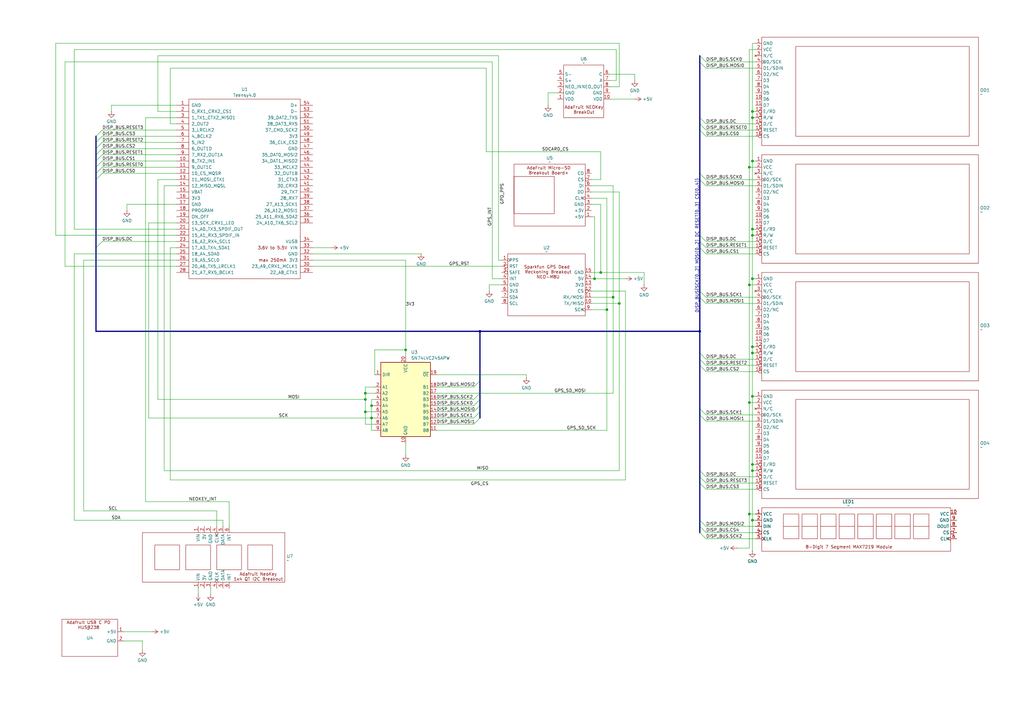
<source format=kicad_sch>
(kicad_sch (version 20231120) (generator "eeschema") (generator_version "8.0")
  (paper "A3")
  (lib_symbols
    (symbol "Logic_LevelTranslator:SN74LVC245APW"
      (property "Reference" "U" (at -10.16 17.78 0))
      (property "Value" "SN74LVC245APW" (at 10.16 17.78 0))
      (symbol "SN74LVC245APW_0_1"
        (rectangle (start -10.16 15.24) (end 10.16 -15.24) (stroke (width 0.254)) (fill (type background)))
      )
      (symbol "SN74LVC245APW_1_1"
        (pin input line (at -12.7 10.16 0) (length 2.54) (name "DIR") (number "1"))
        (pin power_in line (at 0 -17.78 90) (length 2.54) (name "GND") (number "10"))
        (pin bidirectional line (at 12.7 -12.7 180) (length 2.54) (name "B8") (number "11"))
        (pin bidirectional line (at 12.7 -10.16 180) (length 2.54) (name "B7") (number "12"))
        (pin bidirectional line (at 12.7 -7.62 180) (length 2.54) (name "B6") (number "13"))
        (pin bidirectional line (at 12.7 -5.08 180) (length 2.54) (name "B5") (number "14"))
        (pin bidirectional line (at 12.7 -2.54 180) (length 2.54) (name "B4") (number "15"))
        (pin bidirectional line (at 12.7 0 180) (length 2.54) (name "B3") (number "16"))
        (pin bidirectional line (at 12.7 2.54 180) (length 2.54) (name "B2") (number "17"))
        (pin bidirectional line (at 12.7 5.08 180) (length 2.54) (name "B1") (number "18"))
        (pin input line (at 12.7 10.16 180) (length 2.54) (name "~{OE}") (number "19"))
        (pin bidirectional line (at -12.7 5.08 0) (length 2.54) (name "A1") (number "2"))
        (pin power_in line (at 0 17.78 270) (length 2.54) (name "VCC") (number "20"))
        (pin bidirectional line (at -12.7 2.54 0) (length 2.54) (name "A2") (number "3"))
        (pin bidirectional line (at -12.7 0 0) (length 2.54) (name "A3") (number "4"))
        (pin bidirectional line (at -12.7 -2.54 0) (length 2.54) (name "A4") (number "5"))
        (pin bidirectional line (at -12.7 -5.08 0) (length 2.54) (name "A5") (number "6"))
        (pin bidirectional line (at -12.7 -7.62 0) (length 2.54) (name "A6") (number "7"))
        (pin bidirectional line (at -12.7 -10.16 0) (length 2.54) (name "A7") (number "8"))
        (pin bidirectional line (at -12.7 -12.7 0) (length 2.54) (name "A8") (number "9"))
      )
    )
    (symbol "power:+5V" (power) (pin_numbers hide) (pin_names (offset 0) hide)
      (property "Value" "+5V" (at 0 3.556 0))
      (symbol "+5V_0_1"
        (polyline (pts (xy -0.762 1.27) (xy 0 2.54)))
        (polyline (pts (xy 0 0) (xy 0 2.54)))
        (polyline (pts (xy 0 2.54) (xy 0.762 1.27)))
      )
      (symbol "+5V_1_1"
        (pin power_in line (at 0 0 90) (length 0) (name "~") (number "1"))
      )
    )
    (symbol "power:GND" (power) (pin_numbers hide) (pin_names (offset 0) hide)
      (property "Value" "GND" (at 0 -3.81 0))
      (symbol "GND_0_1"
        (polyline (pts (xy 0 0) (xy 0 -1.27) (xy 1.27 -1.27) (xy 0 -2.54) (xy -1.27 -1.27) (xy 0 -1.27)))
      )
      (symbol "GND_1_1"
        (pin power_in line (at 0 0 270) (length 0) (name "~") (number "1"))
      )
    )
    (symbol "race_computer:AdaFruit_MicroSD+"
      (property "Reference" "U5" (at -0.635 -15.2315 0))
      (property "Value" "~" (at -0.635 -13.5501 0))
      (symbol "AdaFruit_MicroSD+_0_1"
        (rectangle (start -15.24 12.7) (end 13.97 -12.7))
        (rectangle (start 13.97 7.62) (end -2.54 -7.62))
      )
      (symbol "AdaFruit_MicroSD+_1_1"
        (text "AdaFruit Micro-SD\nBreakout Board+" (at -0.254 -10.16 0) (effects (font (size 1.27 1.27))))
        (pin power_in line (at -17.78 8.89 0) (length 2.54) (name "+5V") (number "1"))
        (pin power_in line (at -17.78 6.35 0) (length 2.54) (name "+3V") (number "2"))
        (pin power_in line (at -17.78 3.81 0) (length 2.54) (name "GND") (number "3"))
        (pin input clock (at -17.78 1.27 0) (length 2.54) (name "CLK") (number "4"))
        (pin output line (at -17.78 -1.27 0) (length 2.54) (name "DO") (number "5"))
        (pin input line (at -17.78 -3.81 0) (length 2.54) (name "DI") (number "6"))
        (pin input inverted (at -17.78 -6.35 0) (length 2.54) (name "CS") (number "7"))
        (pin output line (at -17.78 -8.89 0) (length 2.54) (name "CD") (number "8"))
      )
    )
    (symbol "race_computer:LED_DISPLAY"
      (property "Reference" "LED" (at 0.762 -6.35 0))
      (symbol "LED_DISPLAY_0_1"
        (rectangle (start -34.29 7.62) (end 43.18 -10.16))
        (rectangle (start -25.4 5.08) (end -19.05 -5.08))
        (rectangle (start -17.78 5.08) (end -11.43 -5.08))
        (rectangle (start -10.16 5.08) (end -3.81 -5.08))
        (rectangle (start -2.54 5.08) (end 3.81 -5.08))
        (polyline (pts (xy -25.4 0) (xy -19.05 0)))
        (polyline (pts (xy -17.78 0) (xy -11.43 0)))
        (polyline (pts (xy -10.16 0) (xy -3.81 0)))
        (polyline (pts (xy -2.54 0) (xy 3.81 0)))
        (polyline (pts (xy 5.08 0) (xy 11.43 0)))
        (polyline (pts (xy 12.7 0) (xy 19.05 0)))
        (polyline (pts (xy 20.32 0) (xy 26.67 0)))
        (polyline (pts (xy 27.94 0) (xy 34.29 0)))
        (rectangle (start 5.08 5.08) (end 11.43 -5.08))
        (rectangle (start 12.7 5.08) (end 19.05 -5.08))
        (rectangle (start 20.32 5.08) (end 26.67 -5.08))
        (rectangle (start 27.94 5.08) (end 34.29 -5.08))
      )
      (symbol "LED_DISPLAY_1_1"
        (text "8-Digit 7 Segment MAX7219 Module" (at 1.524 -8.382 0) (effects (font (size 1.27 1.27))))
        (pin power_in line (at -36.83 5.08 0) (length 2.54) (name "VCC") (number "1"))
        (pin power_in line (at 45.72 5.08 180) (length 2.54) (name "VCC") (number "10"))
        (pin power_in line (at -36.83 2.54 0) (length 2.54) (name "GND") (number "2"))
        (pin input line (at -36.83 0 0) (length 2.54) (name "DIN") (number "3"))
        (pin bidirectional inverted (at -36.83 -2.54 0) (length 2.54) (name "CS") (number "4"))
        (pin bidirectional clock (at -36.83 -5.08 0) (length 2.54) (name "CLK") (number "5"))
        (pin bidirectional clock (at 45.72 -5.08 180) (length 2.54) (name "CLK") (number "6"))
        (pin bidirectional inverted (at 45.72 -2.54 180) (length 2.54) (name "CS") (number "7"))
        (pin output line (at 45.72 0 180) (length 2.54) (name "DOUT") (number "8"))
        (pin power_in line (at 45.72 2.54 180) (length 2.54) (name "GND") (number "9"))
      )
    )
    (symbol "race_computer:NEO-8MU"
      (property "Reference" "U2" (at -0.635 15.2315 0))
      (property "Value" "~" (at -0.635 13.5501 0))
      (symbol "NEO-8MU_0_1"
        (rectangle (start -16.51 12.7) (end 15.24 -12.7))
      )
      (symbol "NEO-8MU_1_1"
        (text "Sparkfun GPS Dead \nReckoning Breakout\nNEO-M8U" (at 0 5.334 0) (effects (font (size 1.27 1.27))))
        (pin output clock (at -19.05 10.16 0) (length 2.54) (name "PPS") (number "1"))
        (pin output line (at 17.78 -7.62 180) (length 2.54) (name "TX/MISO") (number "10"))
        (pin input line (at 17.78 -5.08 180) (length 2.54) (name "RX/MOSI") (number "11"))
        (pin input inverted (at 17.78 -2.54 180) (length 2.54) (name "CS") (number "12"))
        (pin power_in line (at 17.78 0 180) (length 2.54) (name "3V3") (number "13"))
        (pin power_in line (at 17.78 2.54 180) (length 2.54) (name "5V") (number "14"))
        (pin power_in line (at 17.78 5.08 180) (length 2.54) (name "GND") (number "15"))
        (pin input inverted (at -19.05 7.62 0) (length 2.54) (name "RST") (number "2"))
        (pin input inverted (at -19.05 5.08 0) (length 2.54) (name "SAFE") (number "3"))
        (pin input line (at -19.05 2.54 0) (length 2.54) (name "INT") (number "4"))
        (pin power_in line (at -19.05 0 0) (length 2.54) (name "GND") (number "5"))
        (pin power_in line (at -19.05 -2.54 0) (length 2.54) (name "3V3") (number "6"))
        (pin bidirectional line (at -19.05 -5.08 0) (length 2.54) (name "SDA") (number "7"))
        (pin input line (at -19.05 -7.62 0) (length 2.54) (name "SCL") (number "8"))
        (pin input clock (at 17.78 -10.16 180) (length 2.54) (name "SCK") (number "9"))
      )
    )
    (symbol "race_computer:NeoKey"
      (property "Reference" "U" (at 0 0 0))
      (symbol "NeoKey_0_1"
        (rectangle (start -44.45 22.86) (end -27.94 1.27))
      )
      (symbol "NeoKey_1_1"
        (text "AdaFruit NEOKey\nBreakOut" (at -36.068 4.572 0) (effects (font (size 1.27 1.27))))
        (pin power_in line (at -46.99 8.89 0) (length 2.54) (name "VDD") (number "1"))
        (pin power_in line (at -25.4 8.89 180) (length 2.54) (name "VDD") (number "10"))
        (pin power_in line (at -46.99 11.43 0) (length 2.54) (name "GND") (number "2"))
        (pin input line (at -46.99 13.97 0) (length 2.54) (name "NEO_IN") (number "3"))
        (pin output line (at -46.99 16.51 0) (length 2.54) (name "S+") (number "4"))
        (pin output line (at -46.99 19.05 0) (length 2.54) (name "S-") (number "5"))
        (pin output line (at -25.4 19.05 180) (length 2.54) (name "C") (number "6"))
        (pin output line (at -25.4 16.51 180) (length 2.54) (name "A") (number "7"))
        (pin output line (at -25.4 13.97 180) (length 2.54) (name "NEO_OUT") (number "8"))
        (pin power_in line (at -25.4 11.43 180) (length 2.54) (name "GND") (number "9"))
      )
    )
    (symbol "race_computer:NeoKey_4x1"
      (property "Reference" "U" (at 0 0 0))
      (symbol "NeoKey_4x1_0_1"
        (rectangle (start -29.21 10.16) (end 29.21 -10.16))
        (rectangle (start -24.13 5.08) (end -13.97 -5.08))
        (rectangle (start -11.43 5.08) (end -1.27 -5.08))
        (rectangle (start 1.27 5.08) (end 11.43 -5.08))
        (rectangle (start 13.97 5.08) (end 24.13 -5.08))
      )
      (symbol "NeoKey_4x1_1_1"
        (text "Adafruit NeoKey\n1x4 QT I2C Breakout" (at 18.288 -7.874 0) (effects (font (size 1.27 1.27))))
        (pin power_in line (at -6.35 -12.7 90) (length 2.54) (name "VIN") (number "1"))
        (pin power_in line (at -6.35 12.7 270) (length 2.54) (name "VIN") (number "1"))
        (pin power_in line (at -3.81 -12.7 90) (length 2.54) (name "3V") (number "2"))
        (pin power_in line (at -3.81 12.7 270) (length 2.54) (name "3V") (number "2"))
        (pin power_in line (at -1.27 -12.7 90) (length 2.54) (name "GND") (number "3"))
        (pin power_in line (at -1.27 12.7 270) (length 2.54) (name "GND") (number "3"))
        (pin input clock (at 1.27 -12.7 90) (length 2.54) (name "CLK") (number "4"))
        (pin input clock (at 1.27 12.7 270) (length 2.54) (name "CLK") (number "4"))
        (pin bidirectional line (at 3.81 -12.7 90) (length 2.54) (name "DATA") (number "5"))
        (pin bidirectional line (at 3.81 12.7 270) (length 2.54) (name "DATA") (number "5"))
        (pin output line (at 6.35 -12.7 90) (length 2.54) (name "INT") (number "6"))
        (pin output line (at 6.35 12.7 270) (length 2.54) (name "INT") (number "6"))
      )
    )
    (symbol "race_computer:OLED_Display"
      (property "Reference" "OD" (at -1.016 0 0))
      (symbol "OLED_Display_0_1"
        (rectangle (start -48.26 21.59) (end 40.64 -22.86))
        (rectangle (start -34.29 17.78) (end 36.83 -19.05))
      )
      (symbol "OLED_Display_1_1"
        (pin power_in line (at -50.8 19.05 0) (length 2.54) (name "GND") (number "1"))
        (pin input line (at -50.8 -3.81 0) (length 2.54) (name "D6") (number "10"))
        (pin input line (at -50.8 -6.35 0) (length 2.54) (name "D7") (number "11"))
        (pin input inverted (at -50.8 -8.89 0) (length 2.54) (name "E/RD") (number "12"))
        (pin input inverted (at -50.8 -11.43 0) (length 2.54) (name "R/W") (number "13"))
        (pin input inverted (at -50.8 -13.97 0) (length 2.54) (name "D/C") (number "14"))
        (pin input inverted (at -50.8 -16.51 0) (length 2.54) (name "RESET") (number "15"))
        (pin input inverted (at -50.8 -19.05 0) (length 2.54) (name "CS") (number "16"))
        (pin power_in line (at -50.8 16.51 0) (length 2.54) (name "VCC") (number "2"))
        (pin no_connect line (at -50.8 13.97 0) (length 2.54) (name "N/C") (number "3"))
        (pin input clock (at -50.8 11.43 0) (length 2.54) (name "D0/SCK") (number "4"))
        (pin input line (at -50.8 8.89 0) (length 2.54) (name "D1/SDIN") (number "5"))
        (pin input line (at -50.8 6.35 0) (length 2.54) (name "D2/NC") (number "6"))
        (pin input line (at -50.8 3.81 0) (length 2.54) (name "D3") (number "7"))
        (pin input line (at -50.8 1.27 0) (length 2.54) (name "D4") (number "8"))
        (pin input line (at -50.8 -1.27 0) (length 2.54) (name "D5") (number "9"))
      )
    )
    (symbol "race_computer:USB_C_PD"
      (property "Reference" "U4" (at 1.27 0 0))
      (property "Value" "~" (at 0.635 3.3901 0))
      (symbol "USB_C_PD_0_1"
        (rectangle (start -10.16 7.62) (end 12.7 -7.62))
      )
      (symbol "USB_C_PD_1_1"
        (text "Adafruit USB C PD\nHUSB238" (at 0.762 5.334 0) (effects (font (size 1.27 1.27))))
        (pin power_out line (at 15.24 2.54 180) (length 2.54) (name "+5V") (number "1"))
        (pin power_out line (at 15.24 -1.27 180) (length 2.54) (name "GND") (number "2"))
      )
    )
    (symbol "teensy:Teensy4.0" (pin_names (offset 1.016))
      (property "Reference" "U" (at 0 39.37 0))
      (property "Value" "Teensy4.0" (at 0 -39.37 0))
      (symbol "Teensy4.0_0_0"
        (text "3.6V to 5.5V" (at 11.43 -24.13 0) (effects (font (size 1.27 1.27))))
        (text "max 250mA" (at 11.43 -29.21 0) (effects (font (size 1.27 1.27))))
        (pin bidirectional line (at -27.94 11.43 0) (length 5.08) (name "8_TX2_IN1") (number "10"))
        (pin bidirectional line (at -27.94 8.89 0) (length 5.08) (name "9_OUT1C") (number "11"))
        (pin bidirectional line (at -27.94 6.35 0) (length 5.08) (name "10_CS_MQSR") (number "12"))
        (pin bidirectional line (at -27.94 3.81 0) (length 5.08) (name "11_MOSI_CTX1") (number "13"))
        (pin bidirectional line (at -27.94 1.27 0) (length 5.08) (name "12_MISO_MQSL") (number "14"))
        (pin power_in line (at -27.94 -1.27 0) (length 5.08) (name "VBAT") (number "15"))
        (pin power_in line (at -27.94 -3.81 0) (length 5.08) (name "3V3") (number "16"))
        (pin power_in line (at -27.94 -6.35 0) (length 5.08) (name "GND") (number "17"))
        (pin input line (at -27.94 -8.89 0) (length 5.08) (name "PROGRAM") (number "18"))
        (pin input line (at -27.94 -11.43 0) (length 5.08) (name "ON_OFF") (number "19"))
        (pin bidirectional line (at -27.94 -13.97 0) (length 5.08) (name "13_SCK_CRX1_LED") (number "20"))
        (pin bidirectional line (at -27.94 -16.51 0) (length 5.08) (name "14_A0_TX3_SPDIF_OUT") (number "21"))
        (pin bidirectional line (at -27.94 -19.05 0) (length 5.08) (name "15_A1_RX3_SPDIF_IN") (number "22"))
        (pin bidirectional line (at -27.94 -21.59 0) (length 5.08) (name "16_A2_RX4_SCL1") (number "23"))
        (pin bidirectional line (at -27.94 -24.13 0) (length 5.08) (name "17_A3_TX4_SDA1") (number "24"))
        (pin bidirectional line (at -27.94 -26.67 0) (length 5.08) (name "18_A4_SDA0") (number "25"))
        (pin bidirectional line (at -27.94 -29.21 0) (length 5.08) (name "19_A5_SCL0") (number "26"))
        (pin bidirectional line (at -27.94 -31.75 0) (length 5.08) (name "20_A6_TX5_LRCLK1") (number "27"))
        (pin bidirectional line (at -27.94 -34.29 0) (length 5.08) (name "21_A7_RX5_BCLK1") (number "28"))
        (pin bidirectional line (at 27.94 -34.29 180) (length 5.08) (name "22_A8_CTX1") (number "29"))
        (pin bidirectional line (at 27.94 -31.75 180) (length 5.08) (name "23_A9_CRX1_MCLK1") (number "30"))
        (pin power_out line (at 27.94 -29.21 180) (length 5.08) (name "3V3") (number "31"))
        (pin power_in line (at 27.94 -26.67 180) (length 5.08) (name "GND") (number "32"))
        (pin power_in line (at 27.94 -24.13 180) (length 5.08) (name "VIN") (number "33"))
        (pin power_out line (at 27.94 -21.59 180) (length 5.08) (name "VUSB") (number "34"))
        (pin bidirectional line (at 27.94 -13.97 180) (length 5.08) (name "24_A10_TX6_SCL2") (number "35"))
        (pin bidirectional line (at 27.94 -11.43 180) (length 5.08) (name "25_A11_RX6_SDA2") (number "36"))
        (pin bidirectional line (at 27.94 -8.89 180) (length 5.08) (name "26_A12_MOSI1") (number "37"))
        (pin bidirectional line (at 27.94 -6.35 180) (length 5.08) (name "27_A13_SCK1") (number "38"))
        (pin bidirectional line (at 27.94 -3.81 180) (length 5.08) (name "28_RX7") (number "39"))
        (pin bidirectional line (at 27.94 -1.27 180) (length 5.08) (name "29_TX7") (number "40"))
        (pin bidirectional line (at 27.94 1.27 180) (length 5.08) (name "30_CRX3") (number "41"))
        (pin bidirectional line (at 27.94 3.81 180) (length 5.08) (name "31_CTX3") (number "42"))
        (pin bidirectional line (at 27.94 6.35 180) (length 5.08) (name "32_OUT1B") (number "43"))
        (pin bidirectional line (at 27.94 8.89 180) (length 5.08) (name "33_MCLK2") (number "44"))
        (pin bidirectional line (at 27.94 11.43 180) (length 5.08) (name "34_DAT1_MISO2") (number "45"))
        (pin bidirectional line (at 27.94 13.97 180) (length 5.08) (name "35_DAT0_MOSI2") (number "46"))
        (pin power_out line (at 27.94 16.51 180) (length 5.08) (name "GND") (number "47"))
        (pin bidirectional line (at 27.94 19.05 180) (length 5.08) (name "36_CLK_CS2") (number "48"))
        (pin power_out line (at 27.94 21.59 180) (length 5.08) (name "3V3") (number "49"))
        (pin bidirectional line (at -27.94 24.13 0) (length 5.08) (name "3_LRCLK2") (number "5"))
        (pin bidirectional line (at 27.94 24.13 180) (length 5.08) (name "37_CMD_SCK2") (number "50"))
        (pin bidirectional line (at 27.94 26.67 180) (length 5.08) (name "38_DAT3_RX5") (number "51"))
        (pin bidirectional line (at 27.94 29.21 180) (length 5.08) (name "39_DAT2_TX5") (number "52"))
        (pin bidirectional line (at 27.94 31.75 180) (length 5.08) (name "D-") (number "53"))
        (pin bidirectional line (at 27.94 34.29 180) (length 5.08) (name "D+") (number "54"))
        (pin bidirectional line (at -27.94 21.59 0) (length 5.08) (name "4_BCLK2") (number "6"))
        (pin bidirectional line (at -27.94 19.05 0) (length 5.08) (name "5_IN2") (number "7"))
        (pin bidirectional line (at -27.94 16.51 0) (length 5.08) (name "6_OUT1D") (number "8"))
        (pin bidirectional line (at -27.94 13.97 0) (length 5.08) (name "7_RX2_OUT1A") (number "9"))
      )
      (symbol "Teensy4.0_0_1"
        (rectangle (start -22.86 36.83) (end 22.86 -36.83))
        (rectangle (start -20.32 -31.75) (end -20.32 -31.75))
      )
      (symbol "Teensy4.0_1_1"
        (pin power_in line (at -27.94 34.29 0) (length 5.08) (name "GND") (number "1"))
        (pin bidirectional line (at -27.94 31.75 0) (length 5.08) (name "0_RX1_CRX2_CS1") (number "2"))
        (pin bidirectional line (at -27.94 29.21 0) (length 5.08) (name "1_TX1_CTX2_MISO1") (number "3"))
        (pin bidirectional line (at -27.94 26.67 0) (length 5.08) (name "2_OUT2") (number "4"))
      )
    )
  )
  (junction (at 254 124.46))
  (junction (at 166.37 143.51))
  (junction (at 308.61 144.78))
  (junction (at 149.86 168.91))
  (junction (at 149.86 163.83))
  (junction (at 149.86 161.29))
  (junction (at 308.61 142.24))
  (junction (at 307.34 116.84))
  (junction (at 307.34 165.1))
  (junction (at 308.61 162.56))
  (junction (at 307.34 68.58))
  (junction (at 251.46 121.92))
  (junction (at 307.34 210.82))
  (junction (at 287.02 135.89))
  (junction (at 152.4 166.37))
  (junction (at 196.85 135.89))
  (junction (at 308.61 66.04))
  (junction (at 246.38 111.76))
  (junction (at 308.61 213.36))
  (junction (at 308.61 96.52))
  (junction (at 308.61 114.3))
  (junction (at 308.61 93.98))
  (junction (at 308.61 45.72))
  (junction (at 308.61 190.5))
  (junction (at 243.84 114.3))
  (junction (at 308.61 193.04))
  (junction (at 152.4 171.45))
  (junction (at 248.92 127))
  (junction (at 308.61 48.26))
  (bus_entry (at 39.37 71.12) (size 2.54 -2.54))
  (bus_entry (at 196.85 156.21) (size -2.54 2.54))
  (bus_entry (at 287.02 101.6) (size 2.54 2.54))
  (bus_entry (at 287.02 195.58) (size 2.54 2.54))
  (bus_entry (at 287.02 119.38) (size 2.54 2.54))
  (bus_entry (at 287.02 193.04) (size 2.54 2.54))
  (bus_entry (at 196.85 171.45) (size -2.54 2.54))
  (bus_entry (at 287.02 215.9) (size 2.54 2.54))
  (bus_entry (at 287.02 48.26) (size 2.54 2.54))
  (bus_entry (at 287.02 25.4) (size 2.54 2.54))
  (bus_entry (at 287.02 99.06) (size 2.54 2.54))
  (bus_entry (at 39.37 68.58) (size 2.54 -2.54))
  (bus_entry (at 39.37 73.66) (size 2.54 -2.54))
  (bus_entry (at 39.37 101.6) (size 2.54 -2.54))
  (bus_entry (at 287.02 50.8) (size 2.54 2.54))
  (bus_entry (at 287.02 198.12) (size 2.54 2.54))
  (bus_entry (at 287.02 73.66) (size 2.54 2.54))
  (bus_entry (at 39.37 63.5) (size 2.54 -2.54))
  (bus_entry (at 287.02 53.34) (size 2.54 2.54))
  (bus_entry (at 287.02 213.36) (size 2.54 2.54))
  (bus_entry (at 39.37 55.88) (size 2.54 -2.54))
  (bus_entry (at 287.02 121.92) (size 2.54 2.54))
  (bus_entry (at 287.02 218.44) (size 2.54 2.54))
  (bus_entry (at 287.02 170.18) (size 2.54 2.54))
  (bus_entry (at 196.85 168.91) (size -2.54 2.54))
  (bus_entry (at 39.37 60.96) (size 2.54 -2.54))
  (bus_entry (at 287.02 96.52) (size 2.54 2.54))
  (bus_entry (at 194.31 163.83) (size 2.54 -2.54))
  (bus_entry (at 194.31 166.37) (size 2.54 -2.54))
  (bus_entry (at 196.85 166.37) (size -2.54 2.54))
  (bus_entry (at 287.02 149.86) (size 2.54 2.54))
  (bus_entry (at 39.37 66.04) (size 2.54 -2.54))
  (bus_entry (at 287.02 71.12) (size 2.54 2.54))
  (bus_entry (at 39.37 58.42) (size 2.54 -2.54))
  (bus_entry (at 287.02 147.32) (size 2.54 2.54))
  (bus_entry (at 287.02 22.86) (size 2.54 2.54))
  (bus_entry (at 287.02 167.64) (size 2.54 2.54))
  (bus_entry (at 287.02 144.78) (size 2.54 2.54))
  (wire (pts (xy 256.54 196.85) (xy 256.54 119.38)))
  (wire (pts (xy 246.38 62.23) (xy 246.38 73.66)))
  (wire (pts (xy 34.29 209.55) (xy 88.9 209.55)))
  (wire (pts (xy 242.57 114.3) (xy 243.84 114.3)))
  (wire (pts (xy 243.84 88.9) (xy 243.84 114.3)))
  (wire (pts (xy 179.07 166.37) (xy 194.31 166.37)))
  (wire (pts (xy 41.91 71.12) (xy 72.39 71.12)))
  (wire (pts (xy 289.56 25.4) (xy 309.88 25.4)))
  (wire (pts (xy 69.85 27.94) (xy 199.39 27.94)))
  (wire (pts (xy 72.39 43.18) (xy 45.72 43.18)))
  (wire (pts (xy 308.61 213.36) (xy 309.88 213.36)))
  (wire (pts (xy 91.44 213.36) (xy 91.44 215.9)))
  (wire (pts (xy 307.34 116.84) (xy 307.34 68.58)))
  (wire (pts (xy 128.27 106.68) (xy 166.37 106.68)))
  (wire (pts (xy 93.98 205.74) (xy 93.98 215.9)))
  (wire (pts (xy 289.56 99.06) (xy 309.88 99.06)))
  (wire (pts (xy 30.48 93.98) (xy 72.39 93.98)))
  (wire (pts (xy 64.77 45.72) (xy 72.39 45.72)))
  (wire (pts (xy 152.4 166.37) (xy 153.67 166.37)))
  (wire (pts (xy 60.96 171.45) (xy 60.96 91.44)))
  (bus (pts (xy 39.37 63.5) (xy 39.37 66.04)) (stroke (width 0.5)))
  (bus (pts (xy 196.85 166.37) (xy 196.85 168.91)) (stroke (width 0.5)))
  (wire (pts (xy 69.85 50.8) (xy 72.39 50.8)))
  (wire (pts (xy 307.34 68.58) (xy 309.88 68.58)))
  (wire (pts (xy 204.47 106.68) (xy 205.74 106.68)))
  (wire (pts (xy 41.91 99.06) (xy 72.39 99.06)))
  (wire (pts (xy 289.56 200.66) (xy 309.88 200.66)))
  (wire (pts (xy 149.86 168.91) (xy 153.67 168.91)))
  (bus (pts (xy 39.37 66.04) (xy 39.37 68.58)) (stroke (width 0.5)))
  (wire (pts (xy 72.39 96.52) (xy 22.86 96.52)))
  (bus (pts (xy 287.02 147.32) (xy 287.02 149.86)) (stroke (width 0.5)))
  (wire (pts (xy 69.85 27.94) (xy 69.85 50.8)))
  (wire (pts (xy 201.93 114.3) (xy 205.74 114.3)))
  (wire (pts (xy 254 35.56) (xy 254 17.78)))
  (wire (pts (xy 242.57 111.76) (xy 246.38 111.76)))
  (wire (pts (xy 254 124.46) (xy 254 193.04)))
  (wire (pts (xy 289.56 104.14) (xy 309.88 104.14)))
  (wire (pts (xy 26.67 109.22) (xy 72.39 109.22)))
  (wire (pts (xy 248.92 81.28) (xy 248.92 127)))
  (bus (pts (xy 287.02 99.06) (xy 287.02 101.6)) (stroke (width 0.5)))
  (wire (pts (xy 308.61 193.04) (xy 308.61 213.36)))
  (wire (pts (xy 248.92 176.53) (xy 248.92 127)))
  (bus (pts (xy 287.02 144.78) (xy 287.02 147.32)) (stroke (width 0.5)))
  (wire (pts (xy 179.07 173.99) (xy 194.31 173.99)))
  (wire (pts (xy 22.86 17.78) (xy 254 17.78)))
  (wire (pts (xy 72.39 83.82) (xy 52.07 83.82)))
  (wire (pts (xy 289.56 55.88) (xy 309.88 55.88)))
  (wire (pts (xy 59.69 48.26) (xy 72.39 48.26)))
  (wire (pts (xy 289.56 73.66) (xy 309.88 73.66)))
  (wire (pts (xy 50.8 262.89) (xy 58.42 262.89)))
  (wire (pts (xy 72.39 104.14) (xy 30.48 104.14)))
  (wire (pts (xy 69.85 101.6) (xy 72.39 101.6)))
  (wire (pts (xy 64.77 163.83) (xy 64.77 73.66)))
  (wire (pts (xy 250.19 33.02) (xy 252.73 33.02)))
  (wire (pts (xy 307.34 20.32) (xy 309.88 20.32)))
  (wire (pts (xy 60.96 91.44) (xy 72.39 91.44)))
  (wire (pts (xy 289.56 50.8) (xy 309.88 50.8)))
  (bus (pts (xy 287.02 53.34) (xy 287.02 71.12)) (stroke (width 0.5)))
  (wire (pts (xy 309.88 162.56) (xy 308.61 162.56)))
  (wire (pts (xy 289.56 152.4) (xy 309.88 152.4)))
  (wire (pts (xy 289.56 198.12) (xy 309.88 198.12)))
  (wire (pts (xy 309.88 66.04) (xy 308.61 66.04)))
  (bus (pts (xy 196.85 163.83) (xy 196.85 166.37)) (stroke (width 0.5)))
  (wire (pts (xy 308.61 144.78) (xy 308.61 162.56)))
  (wire (pts (xy 64.77 45.72) (xy 64.77 22.86)))
  (wire (pts (xy 152.4 171.45) (xy 153.67 171.45)))
  (wire (pts (xy 149.86 161.29) (xy 149.86 163.83)))
  (bus (pts (xy 287.02 22.86) (xy 287.02 25.4)) (stroke (width 0.5)))
  (bus (pts (xy 287.02 170.18) (xy 287.02 193.04)) (stroke (width 0.5)))
  (wire (pts (xy 289.56 121.92) (xy 309.88 121.92)))
  (wire (pts (xy 308.61 96.52) (xy 308.61 114.3)))
  (bus (pts (xy 39.37 60.96) (xy 39.37 63.5)) (stroke (width 0.5)))
  (wire (pts (xy 242.57 124.46) (xy 254 124.46)))
  (wire (pts (xy 252.73 33.02) (xy 252.73 20.32)))
  (wire (pts (xy 199.39 27.94) (xy 199.39 62.23)))
  (wire (pts (xy 149.86 168.91) (xy 149.86 163.83)))
  (wire (pts (xy 215.9 153.67) (xy 215.9 154.94)))
  (bus (pts (xy 287.02 96.52) (xy 287.02 99.06)) (stroke (width 0.5)))
  (wire (pts (xy 194.31 168.91) (xy 179.07 168.91)))
  (wire (pts (xy 41.91 63.5) (xy 72.39 63.5)))
  (wire (pts (xy 302.26 224.79) (xy 307.34 224.79)))
  (wire (pts (xy 307.34 165.1) (xy 307.34 116.84)))
  (wire (pts (xy 179.07 171.45) (xy 194.31 171.45)))
  (wire (pts (xy 22.86 17.78) (xy 22.86 96.52)))
  (wire (pts (xy 308.61 114.3) (xy 309.88 114.3)))
  (wire (pts (xy 50.8 259.08) (xy 62.23 259.08)))
  (bus (pts (xy 39.37 71.12) (xy 39.37 73.66)) (stroke (width 0.5)))
  (bus (pts (xy 287.02 71.12) (xy 287.02 73.66)) (stroke (width 0.5)))
  (wire (pts (xy 308.61 96.52) (xy 309.88 96.52)))
  (wire (pts (xy 308.61 190.5) (xy 309.88 190.5)))
  (wire (pts (xy 289.56 149.86) (xy 309.88 149.86)))
  (wire (pts (xy 45.72 43.18) (xy 45.72 45.72)))
  (bus (pts (xy 287.02 135.89) (xy 196.85 135.89)) (stroke (width 0.5)))
  (wire (pts (xy 179.07 161.29) (xy 196.85 161.29)))
  (wire (pts (xy 30.48 20.32) (xy 252.73 20.32)))
  (bus (pts (xy 287.02 119.38) (xy 287.02 121.92)) (stroke (width 0.5)))
  (wire (pts (xy 243.84 114.3) (xy 256.54 114.3)))
  (wire (pts (xy 307.34 210.82) (xy 309.88 210.82)))
  (wire (pts (xy 34.29 106.68) (xy 34.29 209.55)))
  (wire (pts (xy 201.93 25.4) (xy 201.93 114.3)))
  (wire (pts (xy 41.91 55.88) (xy 72.39 55.88)))
  (wire (pts (xy 26.67 25.4) (xy 201.93 25.4)))
  (wire (pts (xy 196.85 161.29) (xy 251.46 161.29)))
  (wire (pts (xy 308.61 190.5) (xy 308.61 193.04)))
  (wire (pts (xy 67.31 193.04) (xy 254 193.04)))
  (wire (pts (xy 250.19 35.56) (xy 254 35.56)))
  (wire (pts (xy 308.61 48.26) (xy 309.88 48.26)))
  (wire (pts (xy 246.38 111.76) (xy 264.16 111.76)))
  (wire (pts (xy 308.61 93.98) (xy 308.61 96.52)))
  (wire (pts (xy 41.91 53.34) (xy 72.39 53.34)))
  (wire (pts (xy 26.67 25.4) (xy 26.67 109.22)))
  (wire (pts (xy 60.96 171.45) (xy 152.4 171.45)))
  (wire (pts (xy 250.19 30.48) (xy 260.35 30.48)))
  (bus (pts (xy 196.85 168.91) (xy 196.85 171.45)) (stroke (width 0.5)))
  (wire (pts (xy 246.38 83.82) (xy 246.38 111.76)))
  (wire (pts (xy 289.56 215.9) (xy 309.88 215.9)))
  (bus (pts (xy 39.37 68.58) (xy 39.37 71.12)) (stroke (width 0.5)))
  (wire (pts (xy 41.91 58.42) (xy 72.39 58.42)))
  (bus (pts (xy 287.02 149.86) (xy 287.02 167.64)) (stroke (width 0.5)))
  (wire (pts (xy 41.91 60.96) (xy 72.39 60.96)))
  (bus (pts (xy 287.02 198.12) (xy 287.02 213.36)) (stroke (width 0.5)))
  (bus (pts (xy 287.02 195.58) (xy 287.02 198.12)) (stroke (width 0.5)))
  (wire (pts (xy 41.91 68.58) (xy 72.39 68.58)))
  (wire (pts (xy 242.57 78.74) (xy 254 78.74)))
  (wire (pts (xy 128.27 101.6) (xy 135.89 101.6)))
  (wire (pts (xy 242.57 88.9) (xy 243.84 88.9)))
  (wire (pts (xy 307.34 68.58) (xy 307.34 20.32)))
  (wire (pts (xy 289.56 170.18) (xy 309.88 170.18)))
  (bus (pts (xy 287.02 213.36) (xy 287.02 215.9)) (stroke (width 0.5)))
  (wire (pts (xy 289.56 147.32) (xy 309.88 147.32)))
  (wire (pts (xy 308.61 142.24) (xy 308.61 144.78)))
  (bus (pts (xy 39.37 55.88) (xy 39.37 58.42)) (stroke (width 0.5)))
  (wire (pts (xy 58.42 262.89) (xy 58.42 266.7)))
  (wire (pts (xy 307.34 210.82) (xy 307.34 165.1)))
  (wire (pts (xy 289.56 27.94) (xy 309.88 27.94)))
  (wire (pts (xy 86.36 241.3) (xy 86.36 243.84)))
  (wire (pts (xy 224.79 38.1) (xy 224.79 43.18)))
  (wire (pts (xy 166.37 146.05) (xy 166.37 143.51)))
  (wire (pts (xy 179.07 163.83) (xy 194.31 163.83)))
  (bus (pts (xy 196.85 161.29) (xy 196.85 163.83)) (stroke (width 0.5)))
  (bus (pts (xy 39.37 73.66) (xy 39.37 101.6)) (stroke (width 0.5)))
  (wire (pts (xy 289.56 195.58) (xy 309.88 195.58)))
  (wire (pts (xy 200.66 116.84) (xy 200.66 119.38)))
  (wire (pts (xy 59.69 48.26) (xy 59.69 205.74)))
  (wire (pts (xy 307.34 224.79) (xy 307.34 210.82)))
  (wire (pts (xy 308.61 17.78) (xy 309.88 17.78)))
  (wire (pts (xy 289.56 220.98) (xy 309.88 220.98)))
  (wire (pts (xy 251.46 121.92) (xy 251.46 161.29)))
  (wire (pts (xy 64.77 73.66) (xy 72.39 73.66)))
  (wire (pts (xy 64.77 22.86) (xy 204.47 22.86)))
  (wire (pts (xy 69.85 196.85) (xy 256.54 196.85)))
  (bus (pts (xy 287.02 167.64) (xy 287.02 170.18)) (stroke (width 0.5)))
  (wire (pts (xy 308.61 48.26) (xy 308.61 45.72)))
  (wire (pts (xy 308.61 93.98) (xy 309.88 93.98)))
  (wire (pts (xy 308.61 45.72) (xy 308.61 17.78)))
  (wire (pts (xy 30.48 213.36) (xy 91.44 213.36)))
  (wire (pts (xy 308.61 162.56) (xy 308.61 190.5)))
  (wire (pts (xy 72.39 106.68) (xy 34.29 106.68)))
  (wire (pts (xy 251.46 76.2) (xy 251.46 121.92)))
  (wire (pts (xy 242.57 127) (xy 248.92 127)))
  (wire (pts (xy 149.86 158.75) (xy 153.67 158.75)))
  (wire (pts (xy 256.54 119.38) (xy 242.57 119.38)))
  (wire (pts (xy 152.4 163.83) (xy 153.67 163.83)))
  (wire (pts (xy 242.57 76.2) (xy 251.46 76.2)))
  (wire (pts (xy 64.77 163.83) (xy 149.86 163.83)))
  (wire (pts (xy 52.07 83.82) (xy 52.07 86.36)))
  (bus (pts (xy 287.02 101.6) (xy 287.02 119.38)) (stroke (width 0.5)))
  (wire (pts (xy 308.61 144.78) (xy 309.88 144.78)))
  (wire (pts (xy 41.91 66.04) (xy 72.39 66.04)))
  (wire (pts (xy 199.39 62.23) (xy 246.38 62.23)))
  (bus (pts (xy 287.02 48.26) (xy 287.02 50.8)) (stroke (width 0.5)))
  (wire (pts (xy 179.07 158.75) (xy 194.31 158.75)))
  (wire (pts (xy 72.39 76.2) (xy 67.31 76.2)))
  (bus (pts (xy 196.85 156.21) (xy 196.85 161.29)) (stroke (width 0.5)))
  (wire (pts (xy 152.4 163.83) (xy 152.4 166.37)))
  (wire (pts (xy 30.48 104.14) (xy 30.48 213.36)))
  (wire (pts (xy 308.61 66.04) (xy 308.61 93.98)))
  (bus (pts (xy 39.37 58.42) (xy 39.37 60.96)) (stroke (width 0.5)))
  (wire (pts (xy 242.57 83.82) (xy 246.38 83.82)))
  (wire (pts (xy 246.38 73.66) (xy 242.57 73.66)))
  (bus (pts (xy 287.02 135.89) (xy 287.02 144.78)) (stroke (width 0.5)))
  (bus (pts (xy 287.02 73.66) (xy 287.02 96.52)) (stroke (width 0.5)))
  (wire (pts (xy 260.35 30.48) (xy 260.35 33.02)))
  (wire (pts (xy 128.27 109.22) (xy 205.74 109.22)))
  (wire (pts (xy 289.56 101.6) (xy 309.88 101.6)))
  (wire (pts (xy 205.74 116.84) (xy 200.66 116.84)))
  (bus (pts (xy 39.37 101.6) (xy 39.37 135.89)) (stroke (width 0.5)))
  (wire (pts (xy 153.67 173.99) (xy 149.86 173.99)))
  (wire (pts (xy 179.07 176.53) (xy 248.92 176.53)))
  (wire (pts (xy 30.48 20.32) (xy 30.48 93.98)))
  (bus (pts (xy 39.37 135.89) (xy 196.85 135.89)) (stroke (width 0.5)))
  (wire (pts (xy 250.19 40.64) (xy 260.35 40.64)))
  (wire (pts (xy 289.56 124.46) (xy 309.88 124.46)))
  (bus (pts (xy 287.02 215.9) (xy 287.02 218.44)) (stroke (width 0.5)))
  (wire (pts (xy 307.34 116.84) (xy 309.88 116.84)))
  (wire (pts (xy 88.9 209.55) (xy 88.9 215.9)))
  (wire (pts (xy 264.16 111.76) (xy 264.16 116.84)))
  (wire (pts (xy 179.07 153.67) (xy 215.9 153.67)))
  (bus (pts (xy 287.02 50.8) (xy 287.02 53.34)) (stroke (width 0.5)))
  (wire (pts (xy 166.37 106.68) (xy 166.37 143.51)))
  (wire (pts (xy 128.27 104.14) (xy 172.72 104.14)))
  (wire (pts (xy 69.85 101.6) (xy 69.85 196.85)))
  (wire (pts (xy 308.61 114.3) (xy 308.61 142.24)))
  (wire (pts (xy 254 78.74) (xy 254 124.46)))
  (wire (pts (xy 81.28 241.3) (xy 81.28 243.84)))
  (wire (pts (xy 289.56 76.2) (xy 309.88 76.2)))
  (wire (pts (xy 309.88 193.04) (xy 308.61 193.04)))
  (wire (pts (xy 289.56 218.44) (xy 309.88 218.44)))
  (wire (pts (xy 59.69 205.74) (xy 93.98 205.74)))
  (bus (pts (xy 287.02 25.4) (xy 287.02 48.26)) (stroke (width 0.5)))
  (bus (pts (xy 287.02 121.92) (xy 287.02 135.89)) (stroke (width 0.5)))
  (wire (pts (xy 308.61 48.26) (xy 308.61 66.04)))
  (wire (pts (xy 153.67 143.51) (xy 166.37 143.51)))
  (wire (pts (xy 153.67 153.67) (xy 153.67 143.51)))
  (wire (pts (xy 149.86 161.29) (xy 149.86 158.75)))
  (wire (pts (xy 242.57 121.92) (xy 251.46 121.92)))
  (wire (pts (xy 149.86 161.29) (xy 153.67 161.29)))
  (wire (pts (xy 152.4 171.45) (xy 152.4 176.53)))
  (bus (pts (xy 196.85 135.89) (xy 196.85 156.21)) (stroke (width 0.5)))
  (wire (pts (xy 153.67 176.53) (xy 152.4 176.53)))
  (wire (pts (xy 242.57 81.28) (xy 248.92 81.28)))
  (wire (pts (xy 204.47 22.86) (xy 204.47 106.68)))
  (wire (pts (xy 289.56 53.34) (xy 309.88 53.34)))
  (wire (pts (xy 307.34 165.1) (xy 309.88 165.1)))
  (wire (pts (xy 228.6 38.1) (xy 224.79 38.1)))
  (wire (pts (xy 308.61 142.24) (xy 309.88 142.24)))
  (bus (pts (xy 287.02 193.04) (xy 287.02 195.58)) (stroke (width 0.5)))
  (wire (pts (xy 152.4 166.37) (xy 152.4 171.45)))
  (wire (pts (xy 289.56 172.72) (xy 309.88 172.72)))
  (wire (pts (xy 308.61 213.36) (xy 308.61 226.06)))
  (wire (pts (xy 308.61 45.72) (xy 309.88 45.72)))
  (wire (pts (xy 149.86 173.99) (xy 149.86 168.91)))
  (wire (pts (xy 67.31 76.2) (xy 67.31 193.04)))
  (wire (pts (xy 166.37 181.61) (xy 166.37 186.69)))
  (label "DISP_BUS.RESET1" (at 41.91 63.5 0))
  (label "DISP_BUS.DC" (at 41.91 99.06 0))
  (label "DISP_BUS.CS2" (at 289.56 152.4 0))
  (label "DISP_BUS.SCK0" (at 289.56 25.4 0))
  (label "GPS_SD_SCK" (at 232.41 176.53 0))
  (label "DISP_BUS.RESET3" (at 289.56 198.12 0))
  (label "DISP_BUS.MOSI1" (at 289.56 124.46 0))
  (label "DISP_BUS.CS1" (at 41.91 66.04 0))
  (label "NEOKEY_INT" (at 77.47 205.74 0))
  (label "DISP_BUS{SCK[0..2] MOSI[0..2] DC RESET[0..3] CS[0..4]}" (at 287.02 128.27 90))
  (label "DISP_BUS.MOSI0" (at 179.07 168.91 0))
  (label "DISP_BUS.CS3" (at 289.56 200.66 0))
  (label "GPS_INT" (at 201.93 92.71 90))
  (label "SDA" (at 45.72 213.36 0))
  (label "DISP_BUS.SCK0" (at 289.56 73.66 0))
  (label "DISP_BUS.DC" (at 289.56 99.06 0))
  (label "DISP_BUS.RESET1" (at 289.56 101.6 0))
  (label "DISP_BUS.MOSI2" (at 179.07 158.75 0))
  (label "DISP_BUS.MOSI1" (at 179.07 173.99 0))
  (label "DISP_BUS.CS1" (at 289.56 104.14 0))
  (label "GPS_RST" (at 184.15 109.22 0))
  (label "DISP_BUS.CS4" (at 289.56 218.44 0))
  (label "DISP_BUS.SCK2" (at 179.07 163.83 0))
  (label "DISP_BUS.SCK1" (at 289.56 170.18 0))
  (label "SDCARD_CS" (at 222.25 62.23 0))
  (label "DISP_BUS.DC" (at 289.56 50.8 0))
  (label "DISP_BUS.SCK0" (at 179.07 166.37 0))
  (label "SCL" (at 44.45 209.55 0))
  (label "DISP_BUS.RESET3" (at 41.91 53.34 0))
  (label "3V3" (at 166.37 125.73 0))
  (label "DISP_BUS.CS0" (at 41.91 71.12 0))
  (label "DISP_BUS.RESET0" (at 41.91 68.58 0))
  (label "GPD_PPS" (at 207.01 83.82 90))
  (label "DISP_BUS.SCK2" (at 289.56 220.98 0))
  (label "DISP_BUS.RESET2" (at 289.56 149.86 0))
  (label "DISP_BUS.SCK1" (at 289.56 121.92 0))
  (label "DISP_BUS.CS3" (at 41.91 55.88 0))
  (label "DISP_BUS.MOSI1" (at 289.56 172.72 0))
  (label "DISP_BUS.CS2" (at 41.91 60.96 0))
  (label "DISP_BUS.RESET0" (at 289.56 53.34 0))
  (label "SCK" (at 114.3 171.45 0))
  (label "DISP_BUS.MOSI2" (at 289.56 215.9 0))
  (label "DISP_BUS.DC" (at 289.56 147.32 0))
  (label "DISP_BUS.MOSI0" (at 289.56 76.2 0))
  (label "DISP_BUS.DC" (at 289.56 195.58 0))
  (label "MISO" (at 195.58 193.04 0))
  (label "GPS_CS" (at 193.04 199.39 0))
  (label "GPS_SD_MOSI" (at 227.33 161.29 0))
  (label "DISP_BUS.CS0" (at 289.56 55.88 0))
  (label "MOSI" (at 118.11 163.83 0))
  (label "DISP_BUS.RESET2" (at 41.91 58.42 0))
  (label "DISP_BUS.SCK1" (at 179.07 171.45 0))
  (label "DISP_BUS.MOSI0" (at 289.56 27.94 0))
  (symbol (lib_id "power:GND") (at 166.37 186.69 0) (unit 1)
    (property "Reference" "#PWR6" (effects (hide yes)))
    (property "Value" "GND" (at 166.37 190.8231 0))
    (property "Description" "Power symbol creates a global label with name \"GND\" , ground" (effects (hide yes)))
  )
  (symbol (lib_id "Logic_LevelTranslator:SN74LVC245APW") (at 166.37 163.83 0) (unit 1)
    (property "Reference" "U3" (at 168.5641 144.4455 0) (effects (justify left)))
    (property "Value" "SN74LVC245APW" (at 168.5641 146.8698 0) (effects (justify left)))
    (property "Footprint" "race_computer:DIP-20_W7.62mm_Socket_LongPads" (effects (hide yes)))
    (property "Datasheet" "https://www.ti.com/lit/ds/scas218x/scas218x.pdf" (effects (hide yes)))
    (property "Description" "8-Bit Single-Supply Bus Transceiver With 5V tolerant input voltage and 3-State Outputs 24mA, TSSOP-20" (effects (hide yes)))
  )
  (symbol (lib_id "teensy:Teensy4.0") (at 100.33 77.47 0) (unit 1)
    (property "Reference" "U1" (at 100.33 36.6225 0))
    (property "Value" "Teensy4.0" (at 100.33 39.0468 0))
    (property "Footprint" "race_computer:teensy4_0_reduced" (effects (hide yes)))
  )
  (symbol (lib_id "power:GND") (at 264.16 116.84 0) (unit 1)
    (property "Reference" "#PWR3" (effects (hide yes)))
    (property "Value" "GND" (at 264.16 120.9731 0))
    (property "Description" "Power symbol creates a global label with name \"GND\" , ground" (effects (hide yes)))
  )
  (symbol (lib_id "power:+5V") (at 256.54 114.3 270) (unit 1)
    (property "Reference" "#PWR14" (effects (hide yes)))
    (property "Value" "+5V" (at 259.715 114.3 90) (effects (justify left)))
    (property "Description" "Power symbol creates a global label with name \"+5V\"" (effects (hide yes)))
  )
  (symbol (lib_id "power:GND") (at 58.42 266.7 0) (unit 1)
    (property "Reference" "#PWR10" (effects (hide yes)))
    (property "Value" "GND" (at 58.42 270.8331 0))
    (property "Description" "Power symbol creates a global label with name \"GND\" , ground" (effects (hide yes)))
  )
  (symbol (lib_id "race_computer:OLED_Display") (at 360.68 133.35 0) (unit 1)
    (property "Reference" "OD3" (at 401.955 133.5158 0) (effects (justify left)))
    (property "Value" "~" (at 401.955 135.1972 0) (effects (justify left)))
    (property "Footprint" "race_computer:OLED_Display" (effects (hide yes)))
  )
  (symbol (lib_id "power:+5V") (at 135.89 101.6 270) (unit 1)
    (property "Reference" "#PWR1" (effects (hide yes)))
    (property "Value" "+5V" (at 139.065 101.6 90) (effects (justify left)))
    (property "Description" "Power symbol creates a global label with name \"+5V\"" (effects (hide yes)))
  )
  (symbol (lib_id "race_computer:USB_C_PD") (at 35.56 261.62 0) (unit 1)
    (property "Reference" "U4" (at 36.83 261.62 0))
    (property "Value" "~" (at 36.195 258.2299 0))
    (property "Footprint" "race_computer:AdaFruit_USB_C_PD" (effects (hide yes)))
  )
  (symbol (lib_id "race_computer:OLED_Display") (at 360.68 85.09 0) (unit 1)
    (property "Reference" "OD2" (at 401.955 85.2558 0) (effects (justify left)))
    (property "Value" "~" (at 401.955 86.9372 0) (effects (justify left)))
    (property "Footprint" "race_computer:OLED_Display" (effects (hide yes)))
  )
  (symbol (lib_id "power:GND") (at 215.9 154.94 0) (unit 1)
    (property "Reference" "#PWR9" (effects (hide yes)))
    (property "Value" "GND" (at 215.9 159.0731 0))
    (property "Description" "Power symbol creates a global label with name \"GND\" , ground" (effects (hide yes)))
  )
  (symbol (lib_id "power:GND") (at 260.35 33.02 0) (unit 1)
    (property "Reference" "#PWR12" (effects (hide yes)))
    (property "Value" "GND" (at 260.35 37.1531 0))
    (property "Description" "Power symbol creates a global label with name \"GND\" , ground" (effects (hide yes)))
  )
  (symbol (lib_id "power:GND") (at 172.72 104.14 0) (unit 1)
    (property "Reference" "#PWR7" (effects (hide yes)))
    (property "Value" "GND" (at 172.72 108.2731 0))
    (property "Description" "Power symbol creates a global label with name \"GND\" , ground" (effects (hide yes)))
  )
  (symbol (lib_id "power:+5V") (at 260.35 40.64 270) (unit 1)
    (property "Reference" "#PWR13" (effects (hide yes)))
    (property "Value" "+5V" (at 263.525 40.64 90) (effects (justify left)))
    (property "Description" "Power symbol creates a global label with name \"+5V\"" (effects (hide yes)))
  )
  (symbol (lib_id "power:GND") (at 45.72 45.72 0) (unit 1)
    (property "Reference" "#PWR4" (effects (hide yes)))
    (property "Value" "GND" (at 45.72 49.8531 0))
    (property "Description" "Power symbol creates a global label with name \"GND\" , ground" (effects (hide yes)))
  )
  (symbol (lib_id "power:GND") (at 52.07 86.36 0) (unit 1)
    (property "Reference" "#PWR5" (effects (hide yes)))
    (property "Value" "GND" (at 52.07 90.4931 0))
    (property "Description" "Power symbol creates a global label with name \"GND\" , ground" (effects (hide yes)))
  )
  (symbol (lib_id "power:+5V") (at 81.28 243.84 180) (unit 1)
    (property "Reference" "#PWR17" (effects (hide yes)))
    (property "Value" "+5V" (at 81.28 247.9731 0))
    (property "Description" "Power symbol creates a global label with name \"+5V\"" (effects (hide yes)))
  )
  (symbol (lib_id "race_computer:OLED_Display") (at 360.68 181.61 0) (unit 1)
    (property "Reference" "OD4" (at 401.955 181.7758 0) (effects (justify left)))
    (property "Value" "~" (at 401.955 183.4572 0) (effects (justify left)))
    (property "Footprint" "race_computer:OLED_Display" (effects (hide yes)))
  )
  (symbol (lib_id "race_computer:NEO-8MU") (at 224.79 116.84 0) (unit 1)
    (property "Reference" "U2" (at 224.155 101.6085 0))
    (property "Value" "~" (at 224.155 103.2899 0))
    (property "Footprint" "race_computer:SparkFun_NEO-M8U" (effects (hide yes)))
  )
  (symbol (lib_id "power:GND") (at 308.61 226.06 0) (unit 1)
    (property "Reference" "#PWR8" (effects (hide yes)))
    (property "Value" "GND" (at 308.61 230.1931 0))
    (property "Description" "Power symbol creates a global label with name \"GND\" , ground" (effects (hide yes)))
  )
  (symbol (lib_id "race_computer:AdaFruit_MicroSD+") (at 224.79 80.01 180) (unit 1)
    (property "Reference" "U5" (at 225.425 64.7785 0))
    (property "Value" "~" (at 225.425 66.4599 0))
    (property "Footprint" "race_computer:AdaFruit_MicroSD+" (effects (hide yes)))
  )
  (symbol (lib_id "race_computer:LED_DISPLAY") (at 346.71 215.9 0) (unit 1)
    (property "Reference" "LED1" (at 347.98 205.7485 0))
    (property "Value" "~" (at 347.98 207.4299 0))
    (property "Footprint" "race_computer:8-Digit 7 Segment MAX7219 Module" (effects (hide yes)))
  )
  (symbol (lib_id "power:GND") (at 200.66 119.38 0) (unit 1)
    (property "Reference" "#PWR2" (effects (hide yes)))
    (property "Value" "GND" (at 200.66 123.5131 0))
    (property "Description" "Power symbol creates a global label with name \"GND\" , ground" (effects (hide yes)))
  )
  (symbol (lib_id "power:+5V") (at 302.26 224.79 90) (unit 1)
    (property "Reference" "#PWR15" (effects (hide yes)))
    (property "Value" "+5V" (at 299.0851 224.79 90) (effects (justify left)))
    (property "Description" "Power symbol creates a global label with name \"+5V\"" (effects (hide yes)))
  )
  (symbol (lib_id "race_computer:NeoKey_4x1") (at 87.63 228.6 0) (unit 1)
    (property "Reference" "U7" (at 117.475 228.1308 0) (effects (justify left)))
    (property "Value" "~" (at 117.475 229.8122 0) (effects (justify left)))
    (property "Footprint" "race_computer:NeoKey1x4" (effects (hide yes)))
  )
  (symbol (lib_id "power:GND") (at 86.36 243.84 0) (unit 1)
    (property "Reference" "#PWR18" (effects (hide yes)))
    (property "Value" "GND" (at 86.36 247.9731 0))
    (property "Description" "Power symbol creates a global label with name \"GND\" , ground" (effects (hide yes)))
  )
  (symbol (lib_id "race_computer:OLED_Display") (at 360.68 36.83 0) (unit 1)
    (property "Reference" "OD1" (at 401.955 36.9958 0) (effects (justify left)))
    (property "Value" "~" (at 401.955 38.6772 0) (effects (justify left)))
    (property "Footprint" "race_computer:OLED_Display" (effects (hide yes)))
  )
  (symbol (lib_id "power:GND") (at 224.79 43.18 0) (unit 1)
    (property "Reference" "#PWR11" (effects (hide yes)))
    (property "Value" "GND" (at 224.79 47.3131 0))
    (property "Description" "Power symbol creates a global label with name \"GND\" , ground" (effects (hide yes)))
  )
  (symbol (lib_id "power:+5V") (at 62.23 259.08 270) (unit 1)
    (property "Reference" "#PWR16" (effects (hide yes)))
    (property "Value" "+5V" (at 65.405 259.08 90) (effects (justify left)))
    (property "Description" "Power symbol creates a global label with name \"+5V\"" (effects (hide yes)))
  )
  (symbol (lib_id "race_computer:NeoKey") (at 275.59 49.53 0) (unit 1)
    (property "Reference" "U6" (at 239.395 24.1385 0))
    (property "Value" "~" (at 239.395 25.8199 0))
    (property "Footprint" "race_computer:neokey_MX_breakout" (effects (hide yes)))
  )
)
</source>
